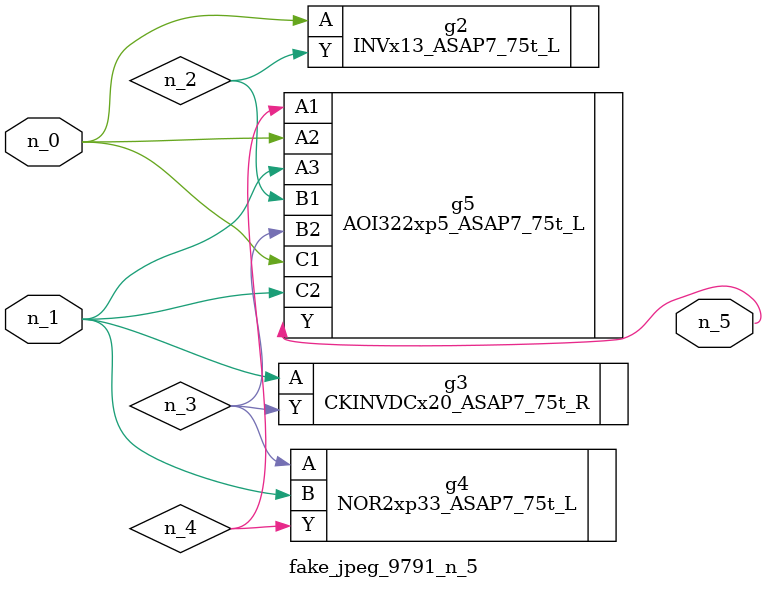
<source format=v>
module fake_jpeg_9791_n_5 (n_0, n_1, n_5);

input n_0;
input n_1;

output n_5;

wire n_2;
wire n_3;
wire n_4;

INVx13_ASAP7_75t_L g2 ( 
.A(n_0),
.Y(n_2)
);

CKINVDCx20_ASAP7_75t_R g3 ( 
.A(n_1),
.Y(n_3)
);

NOR2xp33_ASAP7_75t_L g4 ( 
.A(n_3),
.B(n_1),
.Y(n_4)
);

AOI322xp5_ASAP7_75t_L g5 ( 
.A1(n_4),
.A2(n_0),
.A3(n_1),
.B1(n_2),
.B2(n_3),
.C1(n_0),
.C2(n_1),
.Y(n_5)
);


endmodule
</source>
